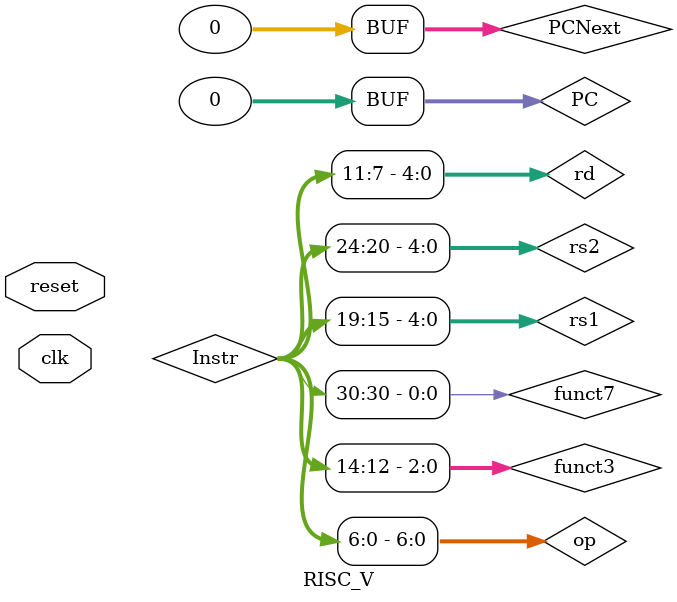
<source format=v>
`timescale 1ns / 1ps




module RISC_V (
    input clk,
    input reset
);
    wire [31:0] PCNext, PC;
    initial begin
        PCNext = 32'h00000000; // Initialize PC to 0
        PC = 32'h00000000; // Initialize PC to 0
    end
    
    wire [31:0] Instr;
    pc_pcnext pc_next_inst (
        .clk(clk),
        .rst(reset),
        .pc_next(PCNext),
        .pc(PC)
    );
    

    instruction_memory instruction_memory_inst (
        .PC(PC),
        .Instr(Instr)
    );
    
    wire [6:0] op;
    wire [2:0] funct3;
    wire funct7;
    wire [4:0] rs1, rs2, rd;

    assign op     = Instr[6:0];
    assign funct3 = Instr[14:12];
    assign funct7 = Instr[30];  
    assign rs1    = Instr[19:15];
    assign rs2    = Instr[24:20];
    assign rd     = Instr[11:7];

    wire [31:0] result;
    wire RegWrite;
    wire [31:0] src1, src2;

    register_file register_file_inst (
        .clk(clk),
        .rst(reset),
        .A1(rs1),
        .A2(rs2),
        .A3(rd),
        .WD3(result), 
        .WE3(RegWrite),
        .RD1(src1), 
        .RD2(src2)
    );

    wire [31:0] ALUResult;
    wire zero;
    wire ALUSrc;
    wire [2:0] ALUControl;
    wire [1:0] ImmSrc;
    wire [31:0] ImmExt;

    extend extend_inst (
        .imm(Instr[31:7]),
        .ImmSrc(ImmSrc),
        .ImmExt(ImmExt)
    );

    wire [31:0] SrcB;
    two_1_mux alu_mux (
        .a(src2),
        .b(ImmExt),
        .sel(ALUSrc),
        .out(SrcB)
    );

    alu alu_inst (
        .SrcA(src1),
        .SrcB(SrcB),
        .ALUControl(ALUControl),
        .ALUResult(ALUResult),
        .Zero(zero)
    );

    wire [31:0] ReadData;
    wire  MemWrite;

    data_memory data_memory_inst (
        .clk(clk),
        .WriteData(src2),
        .A(ALUResult),
        .WE(MemWrite),
        .ReadData(ReadData)
    );

    wire [1:0] ResultSrc;
    three_1_mux result_mux (
        .a(ALUResult),
        .b(ReadData),
        .c(pc_plus4),
        .sel(ResultSrc),
        .out(result)
    );

    wire PCSrc;
    wire [31:0] PCTarget;
    wire [31:0] pc_plus4;
    PCTarget pc_target_inst (
        .PC(PC),
        .ImmExt(ImmExt),
        .PCTarget(PCTarget)
    );
    PCPlus4 pc_plus4_inst (
        .pc(PC),
        .pc_plus4(pc_plus4)
    );
    two_1_mux pc_mux (
        .a(pc_plus4),
        .b(PCTarget),
        .sel(PCSrc),
        .out(PCNext)
    );


    control_unit control_unit_inst (
        .op(op),
        .funct3(funct3),
        .funct7(funct7),
        .Zero(zero),
        .PCSrc(PCSrc),
        .ResultSrc(ResultSrc),
        .MemWrite(MemWrite),
        .ALUControl(ALUControl),
        .ALUSrc(ALUSrc),
        .ImmSrc(ImmSrc),
        .RegWrite(RegWrite)
    );


endmodule
</source>
